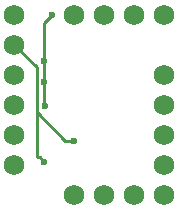
<source format=gbl>
G04 #@! TF.FileFunction,Copper,L2,Bot,Signal*
%FSLAX46Y46*%
G04 Gerber Fmt 4.6, Leading zero omitted, Abs format (unit mm)*
G04 Created by KiCad (PCBNEW 4.0.4-stable) date 11/14/16 13:42:01*
%MOMM*%
%LPD*%
G01*
G04 APERTURE LIST*
%ADD10C,0.100000*%
%ADD11C,1.727200*%
%ADD12C,0.600000*%
%ADD13C,0.250000*%
G04 APERTURE END LIST*
D10*
D11*
X142240000Y-76200000D03*
X142240000Y-73660000D03*
X142240000Y-86360000D03*
X142240000Y-78740000D03*
X142240000Y-81280000D03*
X142240000Y-83820000D03*
X147320000Y-88900000D03*
X149860000Y-88900000D03*
X152400000Y-88900000D03*
X154940000Y-88900000D03*
X154940000Y-86360000D03*
X154940000Y-83820000D03*
X154940000Y-81280000D03*
X154940000Y-78740000D03*
X154940000Y-73660000D03*
X152400000Y-73660000D03*
X149860000Y-73660000D03*
X147320000Y-73660000D03*
D12*
X144844759Y-81344759D03*
X144782371Y-79390743D03*
X144731950Y-77536948D03*
X145415000Y-73660000D03*
X147320000Y-84328000D03*
X144780000Y-86106000D03*
D13*
X144782371Y-81282371D02*
X144844759Y-81344759D01*
X144782371Y-79390743D02*
X144782371Y-81282371D01*
X144731950Y-77536948D02*
X144731950Y-79340322D01*
X144731950Y-79340322D02*
X144782371Y-79390743D01*
X145415000Y-73660000D02*
X144731950Y-74343050D01*
X144731950Y-74343050D02*
X144731950Y-77112684D01*
X144731950Y-77112684D02*
X144731950Y-77536948D01*
X144145000Y-81915000D02*
X146558000Y-84328000D01*
X146558000Y-84328000D02*
X146895736Y-84328000D01*
X146895736Y-84328000D02*
X147320000Y-84328000D01*
X144145000Y-85725000D02*
X144399000Y-85725000D01*
X144399000Y-85725000D02*
X144780000Y-86106000D01*
X144145000Y-81915000D02*
X144145000Y-85725000D01*
X144145000Y-78105000D02*
X144145000Y-81915000D01*
X142240000Y-76200000D02*
X144145000Y-78105000D01*
M02*

</source>
